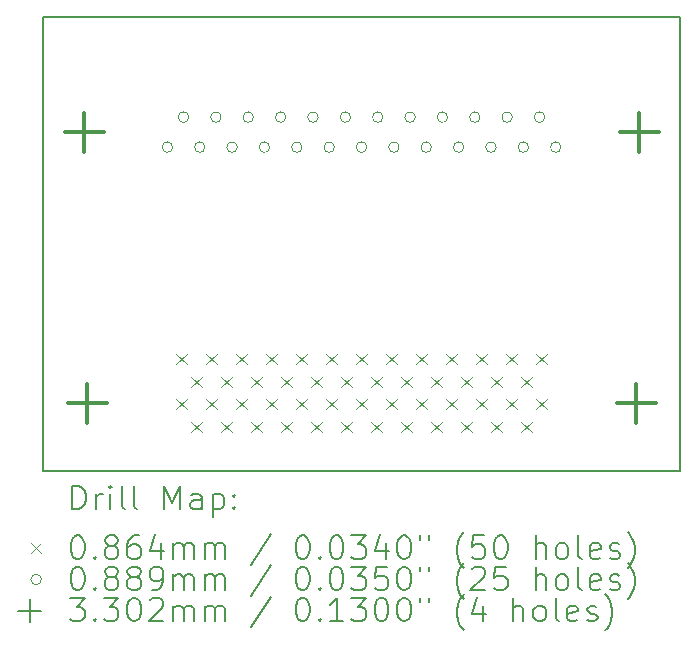
<source format=gbr>
%TF.GenerationSoftware,KiCad,Pcbnew,8.0.9*%
%TF.CreationDate,2025-06-24T22:55:31+09:00*%
%TF.ProjectId,scsi_d25p50k_adapter,73637369-5f64-4323-9570-35306b5f6164,rev?*%
%TF.SameCoordinates,Original*%
%TF.FileFunction,Drillmap*%
%TF.FilePolarity,Positive*%
%FSLAX45Y45*%
G04 Gerber Fmt 4.5, Leading zero omitted, Abs format (unit mm)*
G04 Created by KiCad (PCBNEW 8.0.9) date 2025-06-24 22:55:31*
%MOMM*%
%LPD*%
G01*
G04 APERTURE LIST*
%ADD10C,0.200000*%
%ADD11C,0.100000*%
%ADD12C,0.330200*%
G04 APERTURE END LIST*
D10*
X11850000Y-8650000D02*
X17250000Y-8650000D01*
X17250000Y-12500000D01*
X11850000Y-12500000D01*
X11850000Y-8650000D01*
D11*
X12982820Y-11506820D02*
X13069180Y-11593180D01*
X13069180Y-11506820D02*
X12982820Y-11593180D01*
X12982820Y-11887820D02*
X13069180Y-11974180D01*
X13069180Y-11887820D02*
X12982820Y-11974180D01*
X13109820Y-11697320D02*
X13196180Y-11783680D01*
X13196180Y-11697320D02*
X13109820Y-11783680D01*
X13109820Y-12078320D02*
X13196180Y-12164680D01*
X13196180Y-12078320D02*
X13109820Y-12164680D01*
X13236820Y-11506820D02*
X13323180Y-11593180D01*
X13323180Y-11506820D02*
X13236820Y-11593180D01*
X13236820Y-11887820D02*
X13323180Y-11974180D01*
X13323180Y-11887820D02*
X13236820Y-11974180D01*
X13363820Y-11697320D02*
X13450180Y-11783680D01*
X13450180Y-11697320D02*
X13363820Y-11783680D01*
X13363820Y-12078320D02*
X13450180Y-12164680D01*
X13450180Y-12078320D02*
X13363820Y-12164680D01*
X13490820Y-11506820D02*
X13577180Y-11593180D01*
X13577180Y-11506820D02*
X13490820Y-11593180D01*
X13490820Y-11887820D02*
X13577180Y-11974180D01*
X13577180Y-11887820D02*
X13490820Y-11974180D01*
X13617820Y-11697320D02*
X13704180Y-11783680D01*
X13704180Y-11697320D02*
X13617820Y-11783680D01*
X13617820Y-12078320D02*
X13704180Y-12164680D01*
X13704180Y-12078320D02*
X13617820Y-12164680D01*
X13744820Y-11506820D02*
X13831180Y-11593180D01*
X13831180Y-11506820D02*
X13744820Y-11593180D01*
X13744820Y-11887820D02*
X13831180Y-11974180D01*
X13831180Y-11887820D02*
X13744820Y-11974180D01*
X13871820Y-11697320D02*
X13958180Y-11783680D01*
X13958180Y-11697320D02*
X13871820Y-11783680D01*
X13871820Y-12078320D02*
X13958180Y-12164680D01*
X13958180Y-12078320D02*
X13871820Y-12164680D01*
X13998820Y-11506820D02*
X14085180Y-11593180D01*
X14085180Y-11506820D02*
X13998820Y-11593180D01*
X13998820Y-11887820D02*
X14085180Y-11974180D01*
X14085180Y-11887820D02*
X13998820Y-11974180D01*
X14125820Y-11697320D02*
X14212180Y-11783680D01*
X14212180Y-11697320D02*
X14125820Y-11783680D01*
X14125820Y-12078320D02*
X14212180Y-12164680D01*
X14212180Y-12078320D02*
X14125820Y-12164680D01*
X14252820Y-11506820D02*
X14339180Y-11593180D01*
X14339180Y-11506820D02*
X14252820Y-11593180D01*
X14252820Y-11887820D02*
X14339180Y-11974180D01*
X14339180Y-11887820D02*
X14252820Y-11974180D01*
X14379820Y-11697320D02*
X14466180Y-11783680D01*
X14466180Y-11697320D02*
X14379820Y-11783680D01*
X14379820Y-12078320D02*
X14466180Y-12164680D01*
X14466180Y-12078320D02*
X14379820Y-12164680D01*
X14506820Y-11506820D02*
X14593180Y-11593180D01*
X14593180Y-11506820D02*
X14506820Y-11593180D01*
X14506820Y-11887820D02*
X14593180Y-11974180D01*
X14593180Y-11887820D02*
X14506820Y-11974180D01*
X14633820Y-11697320D02*
X14720180Y-11783680D01*
X14720180Y-11697320D02*
X14633820Y-11783680D01*
X14633820Y-12078320D02*
X14720180Y-12164680D01*
X14720180Y-12078320D02*
X14633820Y-12164680D01*
X14760820Y-11506820D02*
X14847180Y-11593180D01*
X14847180Y-11506820D02*
X14760820Y-11593180D01*
X14760820Y-11887820D02*
X14847180Y-11974180D01*
X14847180Y-11887820D02*
X14760820Y-11974180D01*
X14887820Y-11697320D02*
X14974180Y-11783680D01*
X14974180Y-11697320D02*
X14887820Y-11783680D01*
X14887820Y-12078320D02*
X14974180Y-12164680D01*
X14974180Y-12078320D02*
X14887820Y-12164680D01*
X15014820Y-11506820D02*
X15101180Y-11593180D01*
X15101180Y-11506820D02*
X15014820Y-11593180D01*
X15014820Y-11887820D02*
X15101180Y-11974180D01*
X15101180Y-11887820D02*
X15014820Y-11974180D01*
X15141820Y-11697320D02*
X15228180Y-11783680D01*
X15228180Y-11697320D02*
X15141820Y-11783680D01*
X15141820Y-12078320D02*
X15228180Y-12164680D01*
X15228180Y-12078320D02*
X15141820Y-12164680D01*
X15268820Y-11506820D02*
X15355180Y-11593180D01*
X15355180Y-11506820D02*
X15268820Y-11593180D01*
X15268820Y-11887820D02*
X15355180Y-11974180D01*
X15355180Y-11887820D02*
X15268820Y-11974180D01*
X15395820Y-11697320D02*
X15482180Y-11783680D01*
X15482180Y-11697320D02*
X15395820Y-11783680D01*
X15395820Y-12078320D02*
X15482180Y-12164680D01*
X15482180Y-12078320D02*
X15395820Y-12164680D01*
X15522820Y-11506820D02*
X15609180Y-11593180D01*
X15609180Y-11506820D02*
X15522820Y-11593180D01*
X15522820Y-11887820D02*
X15609180Y-11974180D01*
X15609180Y-11887820D02*
X15522820Y-11974180D01*
X15649820Y-11697320D02*
X15736180Y-11783680D01*
X15736180Y-11697320D02*
X15649820Y-11783680D01*
X15649820Y-12078320D02*
X15736180Y-12164680D01*
X15736180Y-12078320D02*
X15649820Y-12164680D01*
X15776820Y-11506820D02*
X15863180Y-11593180D01*
X15863180Y-11506820D02*
X15776820Y-11593180D01*
X15776820Y-11887820D02*
X15863180Y-11974180D01*
X15863180Y-11887820D02*
X15776820Y-11974180D01*
X15903820Y-11697320D02*
X15990180Y-11783680D01*
X15990180Y-11697320D02*
X15903820Y-11783680D01*
X15903820Y-12078320D02*
X15990180Y-12164680D01*
X15990180Y-12078320D02*
X15903820Y-12164680D01*
X16030820Y-11506820D02*
X16117180Y-11593180D01*
X16117180Y-11506820D02*
X16030820Y-11593180D01*
X16030820Y-11887820D02*
X16117180Y-11974180D01*
X16117180Y-11887820D02*
X16030820Y-11974180D01*
X12950450Y-9754000D02*
G75*
G02*
X12861550Y-9754000I-44450J0D01*
G01*
X12861550Y-9754000D02*
G75*
G02*
X12950450Y-9754000I44450J0D01*
G01*
X13087450Y-9500000D02*
G75*
G02*
X12998550Y-9500000I-44450J0D01*
G01*
X12998550Y-9500000D02*
G75*
G02*
X13087450Y-9500000I44450J0D01*
G01*
X13224450Y-9754000D02*
G75*
G02*
X13135550Y-9754000I-44450J0D01*
G01*
X13135550Y-9754000D02*
G75*
G02*
X13224450Y-9754000I44450J0D01*
G01*
X13361450Y-9500000D02*
G75*
G02*
X13272550Y-9500000I-44450J0D01*
G01*
X13272550Y-9500000D02*
G75*
G02*
X13361450Y-9500000I44450J0D01*
G01*
X13498450Y-9754000D02*
G75*
G02*
X13409550Y-9754000I-44450J0D01*
G01*
X13409550Y-9754000D02*
G75*
G02*
X13498450Y-9754000I44450J0D01*
G01*
X13635450Y-9500000D02*
G75*
G02*
X13546550Y-9500000I-44450J0D01*
G01*
X13546550Y-9500000D02*
G75*
G02*
X13635450Y-9500000I44450J0D01*
G01*
X13772450Y-9754000D02*
G75*
G02*
X13683550Y-9754000I-44450J0D01*
G01*
X13683550Y-9754000D02*
G75*
G02*
X13772450Y-9754000I44450J0D01*
G01*
X13909450Y-9500000D02*
G75*
G02*
X13820550Y-9500000I-44450J0D01*
G01*
X13820550Y-9500000D02*
G75*
G02*
X13909450Y-9500000I44450J0D01*
G01*
X14046450Y-9754000D02*
G75*
G02*
X13957550Y-9754000I-44450J0D01*
G01*
X13957550Y-9754000D02*
G75*
G02*
X14046450Y-9754000I44450J0D01*
G01*
X14183450Y-9500000D02*
G75*
G02*
X14094550Y-9500000I-44450J0D01*
G01*
X14094550Y-9500000D02*
G75*
G02*
X14183450Y-9500000I44450J0D01*
G01*
X14320450Y-9754000D02*
G75*
G02*
X14231550Y-9754000I-44450J0D01*
G01*
X14231550Y-9754000D02*
G75*
G02*
X14320450Y-9754000I44450J0D01*
G01*
X14457450Y-9500000D02*
G75*
G02*
X14368550Y-9500000I-44450J0D01*
G01*
X14368550Y-9500000D02*
G75*
G02*
X14457450Y-9500000I44450J0D01*
G01*
X14594450Y-9754000D02*
G75*
G02*
X14505550Y-9754000I-44450J0D01*
G01*
X14505550Y-9754000D02*
G75*
G02*
X14594450Y-9754000I44450J0D01*
G01*
X14731450Y-9500000D02*
G75*
G02*
X14642550Y-9500000I-44450J0D01*
G01*
X14642550Y-9500000D02*
G75*
G02*
X14731450Y-9500000I44450J0D01*
G01*
X14868450Y-9754000D02*
G75*
G02*
X14779550Y-9754000I-44450J0D01*
G01*
X14779550Y-9754000D02*
G75*
G02*
X14868450Y-9754000I44450J0D01*
G01*
X15005450Y-9500000D02*
G75*
G02*
X14916550Y-9500000I-44450J0D01*
G01*
X14916550Y-9500000D02*
G75*
G02*
X15005450Y-9500000I44450J0D01*
G01*
X15142450Y-9754000D02*
G75*
G02*
X15053550Y-9754000I-44450J0D01*
G01*
X15053550Y-9754000D02*
G75*
G02*
X15142450Y-9754000I44450J0D01*
G01*
X15279450Y-9500000D02*
G75*
G02*
X15190550Y-9500000I-44450J0D01*
G01*
X15190550Y-9500000D02*
G75*
G02*
X15279450Y-9500000I44450J0D01*
G01*
X15416450Y-9754000D02*
G75*
G02*
X15327550Y-9754000I-44450J0D01*
G01*
X15327550Y-9754000D02*
G75*
G02*
X15416450Y-9754000I44450J0D01*
G01*
X15553450Y-9500000D02*
G75*
G02*
X15464550Y-9500000I-44450J0D01*
G01*
X15464550Y-9500000D02*
G75*
G02*
X15553450Y-9500000I44450J0D01*
G01*
X15690450Y-9754000D02*
G75*
G02*
X15601550Y-9754000I-44450J0D01*
G01*
X15601550Y-9754000D02*
G75*
G02*
X15690450Y-9754000I44450J0D01*
G01*
X15827450Y-9500000D02*
G75*
G02*
X15738550Y-9500000I-44450J0D01*
G01*
X15738550Y-9500000D02*
G75*
G02*
X15827450Y-9500000I44450J0D01*
G01*
X15964450Y-9754000D02*
G75*
G02*
X15875550Y-9754000I-44450J0D01*
G01*
X15875550Y-9754000D02*
G75*
G02*
X15964450Y-9754000I44450J0D01*
G01*
X16101450Y-9500000D02*
G75*
G02*
X16012550Y-9500000I-44450J0D01*
G01*
X16012550Y-9500000D02*
G75*
G02*
X16101450Y-9500000I44450J0D01*
G01*
X16238450Y-9754000D02*
G75*
G02*
X16149550Y-9754000I-44450J0D01*
G01*
X16149550Y-9754000D02*
G75*
G02*
X16238450Y-9754000I44450J0D01*
G01*
D12*
X12200500Y-9461900D02*
X12200500Y-9792100D01*
X12035400Y-9627000D02*
X12365600Y-9627000D01*
X12225900Y-11755740D02*
X12225900Y-12085940D01*
X12060800Y-11920840D02*
X12391000Y-11920840D01*
X16874100Y-11755740D02*
X16874100Y-12085940D01*
X16709000Y-11920840D02*
X17039200Y-11920840D01*
X16899500Y-9461900D02*
X16899500Y-9792100D01*
X16734400Y-9627000D02*
X17064600Y-9627000D01*
D10*
X12100777Y-12821484D02*
X12100777Y-12621484D01*
X12100777Y-12621484D02*
X12148396Y-12621484D01*
X12148396Y-12621484D02*
X12176967Y-12631008D01*
X12176967Y-12631008D02*
X12196015Y-12650055D01*
X12196015Y-12650055D02*
X12205539Y-12669103D01*
X12205539Y-12669103D02*
X12215062Y-12707198D01*
X12215062Y-12707198D02*
X12215062Y-12735769D01*
X12215062Y-12735769D02*
X12205539Y-12773865D01*
X12205539Y-12773865D02*
X12196015Y-12792912D01*
X12196015Y-12792912D02*
X12176967Y-12811960D01*
X12176967Y-12811960D02*
X12148396Y-12821484D01*
X12148396Y-12821484D02*
X12100777Y-12821484D01*
X12300777Y-12821484D02*
X12300777Y-12688150D01*
X12300777Y-12726246D02*
X12310301Y-12707198D01*
X12310301Y-12707198D02*
X12319824Y-12697674D01*
X12319824Y-12697674D02*
X12338872Y-12688150D01*
X12338872Y-12688150D02*
X12357920Y-12688150D01*
X12424586Y-12821484D02*
X12424586Y-12688150D01*
X12424586Y-12621484D02*
X12415062Y-12631008D01*
X12415062Y-12631008D02*
X12424586Y-12640531D01*
X12424586Y-12640531D02*
X12434110Y-12631008D01*
X12434110Y-12631008D02*
X12424586Y-12621484D01*
X12424586Y-12621484D02*
X12424586Y-12640531D01*
X12548396Y-12821484D02*
X12529348Y-12811960D01*
X12529348Y-12811960D02*
X12519824Y-12792912D01*
X12519824Y-12792912D02*
X12519824Y-12621484D01*
X12653158Y-12821484D02*
X12634110Y-12811960D01*
X12634110Y-12811960D02*
X12624586Y-12792912D01*
X12624586Y-12792912D02*
X12624586Y-12621484D01*
X12881729Y-12821484D02*
X12881729Y-12621484D01*
X12881729Y-12621484D02*
X12948396Y-12764341D01*
X12948396Y-12764341D02*
X13015062Y-12621484D01*
X13015062Y-12621484D02*
X13015062Y-12821484D01*
X13196015Y-12821484D02*
X13196015Y-12716722D01*
X13196015Y-12716722D02*
X13186491Y-12697674D01*
X13186491Y-12697674D02*
X13167443Y-12688150D01*
X13167443Y-12688150D02*
X13129348Y-12688150D01*
X13129348Y-12688150D02*
X13110301Y-12697674D01*
X13196015Y-12811960D02*
X13176967Y-12821484D01*
X13176967Y-12821484D02*
X13129348Y-12821484D01*
X13129348Y-12821484D02*
X13110301Y-12811960D01*
X13110301Y-12811960D02*
X13100777Y-12792912D01*
X13100777Y-12792912D02*
X13100777Y-12773865D01*
X13100777Y-12773865D02*
X13110301Y-12754817D01*
X13110301Y-12754817D02*
X13129348Y-12745293D01*
X13129348Y-12745293D02*
X13176967Y-12745293D01*
X13176967Y-12745293D02*
X13196015Y-12735769D01*
X13291253Y-12688150D02*
X13291253Y-12888150D01*
X13291253Y-12697674D02*
X13310301Y-12688150D01*
X13310301Y-12688150D02*
X13348396Y-12688150D01*
X13348396Y-12688150D02*
X13367443Y-12697674D01*
X13367443Y-12697674D02*
X13376967Y-12707198D01*
X13376967Y-12707198D02*
X13386491Y-12726246D01*
X13386491Y-12726246D02*
X13386491Y-12783388D01*
X13386491Y-12783388D02*
X13376967Y-12802436D01*
X13376967Y-12802436D02*
X13367443Y-12811960D01*
X13367443Y-12811960D02*
X13348396Y-12821484D01*
X13348396Y-12821484D02*
X13310301Y-12821484D01*
X13310301Y-12821484D02*
X13291253Y-12811960D01*
X13472205Y-12802436D02*
X13481729Y-12811960D01*
X13481729Y-12811960D02*
X13472205Y-12821484D01*
X13472205Y-12821484D02*
X13462682Y-12811960D01*
X13462682Y-12811960D02*
X13472205Y-12802436D01*
X13472205Y-12802436D02*
X13472205Y-12821484D01*
X13472205Y-12697674D02*
X13481729Y-12707198D01*
X13481729Y-12707198D02*
X13472205Y-12716722D01*
X13472205Y-12716722D02*
X13462682Y-12707198D01*
X13462682Y-12707198D02*
X13472205Y-12697674D01*
X13472205Y-12697674D02*
X13472205Y-12716722D01*
D11*
X11753640Y-13106820D02*
X11840000Y-13193180D01*
X11840000Y-13106820D02*
X11753640Y-13193180D01*
D10*
X12138872Y-13041484D02*
X12157920Y-13041484D01*
X12157920Y-13041484D02*
X12176967Y-13051008D01*
X12176967Y-13051008D02*
X12186491Y-13060531D01*
X12186491Y-13060531D02*
X12196015Y-13079579D01*
X12196015Y-13079579D02*
X12205539Y-13117674D01*
X12205539Y-13117674D02*
X12205539Y-13165293D01*
X12205539Y-13165293D02*
X12196015Y-13203388D01*
X12196015Y-13203388D02*
X12186491Y-13222436D01*
X12186491Y-13222436D02*
X12176967Y-13231960D01*
X12176967Y-13231960D02*
X12157920Y-13241484D01*
X12157920Y-13241484D02*
X12138872Y-13241484D01*
X12138872Y-13241484D02*
X12119824Y-13231960D01*
X12119824Y-13231960D02*
X12110301Y-13222436D01*
X12110301Y-13222436D02*
X12100777Y-13203388D01*
X12100777Y-13203388D02*
X12091253Y-13165293D01*
X12091253Y-13165293D02*
X12091253Y-13117674D01*
X12091253Y-13117674D02*
X12100777Y-13079579D01*
X12100777Y-13079579D02*
X12110301Y-13060531D01*
X12110301Y-13060531D02*
X12119824Y-13051008D01*
X12119824Y-13051008D02*
X12138872Y-13041484D01*
X12291253Y-13222436D02*
X12300777Y-13231960D01*
X12300777Y-13231960D02*
X12291253Y-13241484D01*
X12291253Y-13241484D02*
X12281729Y-13231960D01*
X12281729Y-13231960D02*
X12291253Y-13222436D01*
X12291253Y-13222436D02*
X12291253Y-13241484D01*
X12415062Y-13127198D02*
X12396015Y-13117674D01*
X12396015Y-13117674D02*
X12386491Y-13108150D01*
X12386491Y-13108150D02*
X12376967Y-13089103D01*
X12376967Y-13089103D02*
X12376967Y-13079579D01*
X12376967Y-13079579D02*
X12386491Y-13060531D01*
X12386491Y-13060531D02*
X12396015Y-13051008D01*
X12396015Y-13051008D02*
X12415062Y-13041484D01*
X12415062Y-13041484D02*
X12453158Y-13041484D01*
X12453158Y-13041484D02*
X12472205Y-13051008D01*
X12472205Y-13051008D02*
X12481729Y-13060531D01*
X12481729Y-13060531D02*
X12491253Y-13079579D01*
X12491253Y-13079579D02*
X12491253Y-13089103D01*
X12491253Y-13089103D02*
X12481729Y-13108150D01*
X12481729Y-13108150D02*
X12472205Y-13117674D01*
X12472205Y-13117674D02*
X12453158Y-13127198D01*
X12453158Y-13127198D02*
X12415062Y-13127198D01*
X12415062Y-13127198D02*
X12396015Y-13136722D01*
X12396015Y-13136722D02*
X12386491Y-13146246D01*
X12386491Y-13146246D02*
X12376967Y-13165293D01*
X12376967Y-13165293D02*
X12376967Y-13203388D01*
X12376967Y-13203388D02*
X12386491Y-13222436D01*
X12386491Y-13222436D02*
X12396015Y-13231960D01*
X12396015Y-13231960D02*
X12415062Y-13241484D01*
X12415062Y-13241484D02*
X12453158Y-13241484D01*
X12453158Y-13241484D02*
X12472205Y-13231960D01*
X12472205Y-13231960D02*
X12481729Y-13222436D01*
X12481729Y-13222436D02*
X12491253Y-13203388D01*
X12491253Y-13203388D02*
X12491253Y-13165293D01*
X12491253Y-13165293D02*
X12481729Y-13146246D01*
X12481729Y-13146246D02*
X12472205Y-13136722D01*
X12472205Y-13136722D02*
X12453158Y-13127198D01*
X12662682Y-13041484D02*
X12624586Y-13041484D01*
X12624586Y-13041484D02*
X12605539Y-13051008D01*
X12605539Y-13051008D02*
X12596015Y-13060531D01*
X12596015Y-13060531D02*
X12576967Y-13089103D01*
X12576967Y-13089103D02*
X12567443Y-13127198D01*
X12567443Y-13127198D02*
X12567443Y-13203388D01*
X12567443Y-13203388D02*
X12576967Y-13222436D01*
X12576967Y-13222436D02*
X12586491Y-13231960D01*
X12586491Y-13231960D02*
X12605539Y-13241484D01*
X12605539Y-13241484D02*
X12643634Y-13241484D01*
X12643634Y-13241484D02*
X12662682Y-13231960D01*
X12662682Y-13231960D02*
X12672205Y-13222436D01*
X12672205Y-13222436D02*
X12681729Y-13203388D01*
X12681729Y-13203388D02*
X12681729Y-13155769D01*
X12681729Y-13155769D02*
X12672205Y-13136722D01*
X12672205Y-13136722D02*
X12662682Y-13127198D01*
X12662682Y-13127198D02*
X12643634Y-13117674D01*
X12643634Y-13117674D02*
X12605539Y-13117674D01*
X12605539Y-13117674D02*
X12586491Y-13127198D01*
X12586491Y-13127198D02*
X12576967Y-13136722D01*
X12576967Y-13136722D02*
X12567443Y-13155769D01*
X12853158Y-13108150D02*
X12853158Y-13241484D01*
X12805539Y-13031960D02*
X12757920Y-13174817D01*
X12757920Y-13174817D02*
X12881729Y-13174817D01*
X12957920Y-13241484D02*
X12957920Y-13108150D01*
X12957920Y-13127198D02*
X12967443Y-13117674D01*
X12967443Y-13117674D02*
X12986491Y-13108150D01*
X12986491Y-13108150D02*
X13015063Y-13108150D01*
X13015063Y-13108150D02*
X13034110Y-13117674D01*
X13034110Y-13117674D02*
X13043634Y-13136722D01*
X13043634Y-13136722D02*
X13043634Y-13241484D01*
X13043634Y-13136722D02*
X13053158Y-13117674D01*
X13053158Y-13117674D02*
X13072205Y-13108150D01*
X13072205Y-13108150D02*
X13100777Y-13108150D01*
X13100777Y-13108150D02*
X13119824Y-13117674D01*
X13119824Y-13117674D02*
X13129348Y-13136722D01*
X13129348Y-13136722D02*
X13129348Y-13241484D01*
X13224586Y-13241484D02*
X13224586Y-13108150D01*
X13224586Y-13127198D02*
X13234110Y-13117674D01*
X13234110Y-13117674D02*
X13253158Y-13108150D01*
X13253158Y-13108150D02*
X13281729Y-13108150D01*
X13281729Y-13108150D02*
X13300777Y-13117674D01*
X13300777Y-13117674D02*
X13310301Y-13136722D01*
X13310301Y-13136722D02*
X13310301Y-13241484D01*
X13310301Y-13136722D02*
X13319824Y-13117674D01*
X13319824Y-13117674D02*
X13338872Y-13108150D01*
X13338872Y-13108150D02*
X13367443Y-13108150D01*
X13367443Y-13108150D02*
X13386491Y-13117674D01*
X13386491Y-13117674D02*
X13396015Y-13136722D01*
X13396015Y-13136722D02*
X13396015Y-13241484D01*
X13786491Y-13031960D02*
X13615063Y-13289103D01*
X14043634Y-13041484D02*
X14062682Y-13041484D01*
X14062682Y-13041484D02*
X14081729Y-13051008D01*
X14081729Y-13051008D02*
X14091253Y-13060531D01*
X14091253Y-13060531D02*
X14100777Y-13079579D01*
X14100777Y-13079579D02*
X14110301Y-13117674D01*
X14110301Y-13117674D02*
X14110301Y-13165293D01*
X14110301Y-13165293D02*
X14100777Y-13203388D01*
X14100777Y-13203388D02*
X14091253Y-13222436D01*
X14091253Y-13222436D02*
X14081729Y-13231960D01*
X14081729Y-13231960D02*
X14062682Y-13241484D01*
X14062682Y-13241484D02*
X14043634Y-13241484D01*
X14043634Y-13241484D02*
X14024586Y-13231960D01*
X14024586Y-13231960D02*
X14015063Y-13222436D01*
X14015063Y-13222436D02*
X14005539Y-13203388D01*
X14005539Y-13203388D02*
X13996015Y-13165293D01*
X13996015Y-13165293D02*
X13996015Y-13117674D01*
X13996015Y-13117674D02*
X14005539Y-13079579D01*
X14005539Y-13079579D02*
X14015063Y-13060531D01*
X14015063Y-13060531D02*
X14024586Y-13051008D01*
X14024586Y-13051008D02*
X14043634Y-13041484D01*
X14196015Y-13222436D02*
X14205539Y-13231960D01*
X14205539Y-13231960D02*
X14196015Y-13241484D01*
X14196015Y-13241484D02*
X14186491Y-13231960D01*
X14186491Y-13231960D02*
X14196015Y-13222436D01*
X14196015Y-13222436D02*
X14196015Y-13241484D01*
X14329348Y-13041484D02*
X14348396Y-13041484D01*
X14348396Y-13041484D02*
X14367444Y-13051008D01*
X14367444Y-13051008D02*
X14376967Y-13060531D01*
X14376967Y-13060531D02*
X14386491Y-13079579D01*
X14386491Y-13079579D02*
X14396015Y-13117674D01*
X14396015Y-13117674D02*
X14396015Y-13165293D01*
X14396015Y-13165293D02*
X14386491Y-13203388D01*
X14386491Y-13203388D02*
X14376967Y-13222436D01*
X14376967Y-13222436D02*
X14367444Y-13231960D01*
X14367444Y-13231960D02*
X14348396Y-13241484D01*
X14348396Y-13241484D02*
X14329348Y-13241484D01*
X14329348Y-13241484D02*
X14310301Y-13231960D01*
X14310301Y-13231960D02*
X14300777Y-13222436D01*
X14300777Y-13222436D02*
X14291253Y-13203388D01*
X14291253Y-13203388D02*
X14281729Y-13165293D01*
X14281729Y-13165293D02*
X14281729Y-13117674D01*
X14281729Y-13117674D02*
X14291253Y-13079579D01*
X14291253Y-13079579D02*
X14300777Y-13060531D01*
X14300777Y-13060531D02*
X14310301Y-13051008D01*
X14310301Y-13051008D02*
X14329348Y-13041484D01*
X14462682Y-13041484D02*
X14586491Y-13041484D01*
X14586491Y-13041484D02*
X14519825Y-13117674D01*
X14519825Y-13117674D02*
X14548396Y-13117674D01*
X14548396Y-13117674D02*
X14567444Y-13127198D01*
X14567444Y-13127198D02*
X14576967Y-13136722D01*
X14576967Y-13136722D02*
X14586491Y-13155769D01*
X14586491Y-13155769D02*
X14586491Y-13203388D01*
X14586491Y-13203388D02*
X14576967Y-13222436D01*
X14576967Y-13222436D02*
X14567444Y-13231960D01*
X14567444Y-13231960D02*
X14548396Y-13241484D01*
X14548396Y-13241484D02*
X14491253Y-13241484D01*
X14491253Y-13241484D02*
X14472206Y-13231960D01*
X14472206Y-13231960D02*
X14462682Y-13222436D01*
X14757920Y-13108150D02*
X14757920Y-13241484D01*
X14710301Y-13031960D02*
X14662682Y-13174817D01*
X14662682Y-13174817D02*
X14786491Y-13174817D01*
X14900777Y-13041484D02*
X14919825Y-13041484D01*
X14919825Y-13041484D02*
X14938872Y-13051008D01*
X14938872Y-13051008D02*
X14948396Y-13060531D01*
X14948396Y-13060531D02*
X14957920Y-13079579D01*
X14957920Y-13079579D02*
X14967444Y-13117674D01*
X14967444Y-13117674D02*
X14967444Y-13165293D01*
X14967444Y-13165293D02*
X14957920Y-13203388D01*
X14957920Y-13203388D02*
X14948396Y-13222436D01*
X14948396Y-13222436D02*
X14938872Y-13231960D01*
X14938872Y-13231960D02*
X14919825Y-13241484D01*
X14919825Y-13241484D02*
X14900777Y-13241484D01*
X14900777Y-13241484D02*
X14881729Y-13231960D01*
X14881729Y-13231960D02*
X14872206Y-13222436D01*
X14872206Y-13222436D02*
X14862682Y-13203388D01*
X14862682Y-13203388D02*
X14853158Y-13165293D01*
X14853158Y-13165293D02*
X14853158Y-13117674D01*
X14853158Y-13117674D02*
X14862682Y-13079579D01*
X14862682Y-13079579D02*
X14872206Y-13060531D01*
X14872206Y-13060531D02*
X14881729Y-13051008D01*
X14881729Y-13051008D02*
X14900777Y-13041484D01*
X15043634Y-13041484D02*
X15043634Y-13079579D01*
X15119825Y-13041484D02*
X15119825Y-13079579D01*
X15415063Y-13317674D02*
X15405539Y-13308150D01*
X15405539Y-13308150D02*
X15386491Y-13279579D01*
X15386491Y-13279579D02*
X15376968Y-13260531D01*
X15376968Y-13260531D02*
X15367444Y-13231960D01*
X15367444Y-13231960D02*
X15357920Y-13184341D01*
X15357920Y-13184341D02*
X15357920Y-13146246D01*
X15357920Y-13146246D02*
X15367444Y-13098627D01*
X15367444Y-13098627D02*
X15376968Y-13070055D01*
X15376968Y-13070055D02*
X15386491Y-13051008D01*
X15386491Y-13051008D02*
X15405539Y-13022436D01*
X15405539Y-13022436D02*
X15415063Y-13012912D01*
X15586491Y-13041484D02*
X15491253Y-13041484D01*
X15491253Y-13041484D02*
X15481729Y-13136722D01*
X15481729Y-13136722D02*
X15491253Y-13127198D01*
X15491253Y-13127198D02*
X15510301Y-13117674D01*
X15510301Y-13117674D02*
X15557920Y-13117674D01*
X15557920Y-13117674D02*
X15576968Y-13127198D01*
X15576968Y-13127198D02*
X15586491Y-13136722D01*
X15586491Y-13136722D02*
X15596015Y-13155769D01*
X15596015Y-13155769D02*
X15596015Y-13203388D01*
X15596015Y-13203388D02*
X15586491Y-13222436D01*
X15586491Y-13222436D02*
X15576968Y-13231960D01*
X15576968Y-13231960D02*
X15557920Y-13241484D01*
X15557920Y-13241484D02*
X15510301Y-13241484D01*
X15510301Y-13241484D02*
X15491253Y-13231960D01*
X15491253Y-13231960D02*
X15481729Y-13222436D01*
X15719825Y-13041484D02*
X15738872Y-13041484D01*
X15738872Y-13041484D02*
X15757920Y-13051008D01*
X15757920Y-13051008D02*
X15767444Y-13060531D01*
X15767444Y-13060531D02*
X15776968Y-13079579D01*
X15776968Y-13079579D02*
X15786491Y-13117674D01*
X15786491Y-13117674D02*
X15786491Y-13165293D01*
X15786491Y-13165293D02*
X15776968Y-13203388D01*
X15776968Y-13203388D02*
X15767444Y-13222436D01*
X15767444Y-13222436D02*
X15757920Y-13231960D01*
X15757920Y-13231960D02*
X15738872Y-13241484D01*
X15738872Y-13241484D02*
X15719825Y-13241484D01*
X15719825Y-13241484D02*
X15700777Y-13231960D01*
X15700777Y-13231960D02*
X15691253Y-13222436D01*
X15691253Y-13222436D02*
X15681729Y-13203388D01*
X15681729Y-13203388D02*
X15672206Y-13165293D01*
X15672206Y-13165293D02*
X15672206Y-13117674D01*
X15672206Y-13117674D02*
X15681729Y-13079579D01*
X15681729Y-13079579D02*
X15691253Y-13060531D01*
X15691253Y-13060531D02*
X15700777Y-13051008D01*
X15700777Y-13051008D02*
X15719825Y-13041484D01*
X16024587Y-13241484D02*
X16024587Y-13041484D01*
X16110301Y-13241484D02*
X16110301Y-13136722D01*
X16110301Y-13136722D02*
X16100777Y-13117674D01*
X16100777Y-13117674D02*
X16081730Y-13108150D01*
X16081730Y-13108150D02*
X16053158Y-13108150D01*
X16053158Y-13108150D02*
X16034110Y-13117674D01*
X16034110Y-13117674D02*
X16024587Y-13127198D01*
X16234110Y-13241484D02*
X16215063Y-13231960D01*
X16215063Y-13231960D02*
X16205539Y-13222436D01*
X16205539Y-13222436D02*
X16196015Y-13203388D01*
X16196015Y-13203388D02*
X16196015Y-13146246D01*
X16196015Y-13146246D02*
X16205539Y-13127198D01*
X16205539Y-13127198D02*
X16215063Y-13117674D01*
X16215063Y-13117674D02*
X16234110Y-13108150D01*
X16234110Y-13108150D02*
X16262682Y-13108150D01*
X16262682Y-13108150D02*
X16281730Y-13117674D01*
X16281730Y-13117674D02*
X16291253Y-13127198D01*
X16291253Y-13127198D02*
X16300777Y-13146246D01*
X16300777Y-13146246D02*
X16300777Y-13203388D01*
X16300777Y-13203388D02*
X16291253Y-13222436D01*
X16291253Y-13222436D02*
X16281730Y-13231960D01*
X16281730Y-13231960D02*
X16262682Y-13241484D01*
X16262682Y-13241484D02*
X16234110Y-13241484D01*
X16415063Y-13241484D02*
X16396015Y-13231960D01*
X16396015Y-13231960D02*
X16386491Y-13212912D01*
X16386491Y-13212912D02*
X16386491Y-13041484D01*
X16567444Y-13231960D02*
X16548396Y-13241484D01*
X16548396Y-13241484D02*
X16510301Y-13241484D01*
X16510301Y-13241484D02*
X16491253Y-13231960D01*
X16491253Y-13231960D02*
X16481730Y-13212912D01*
X16481730Y-13212912D02*
X16481730Y-13136722D01*
X16481730Y-13136722D02*
X16491253Y-13117674D01*
X16491253Y-13117674D02*
X16510301Y-13108150D01*
X16510301Y-13108150D02*
X16548396Y-13108150D01*
X16548396Y-13108150D02*
X16567444Y-13117674D01*
X16567444Y-13117674D02*
X16576968Y-13136722D01*
X16576968Y-13136722D02*
X16576968Y-13155769D01*
X16576968Y-13155769D02*
X16481730Y-13174817D01*
X16653158Y-13231960D02*
X16672206Y-13241484D01*
X16672206Y-13241484D02*
X16710301Y-13241484D01*
X16710301Y-13241484D02*
X16729349Y-13231960D01*
X16729349Y-13231960D02*
X16738872Y-13212912D01*
X16738872Y-13212912D02*
X16738872Y-13203388D01*
X16738872Y-13203388D02*
X16729349Y-13184341D01*
X16729349Y-13184341D02*
X16710301Y-13174817D01*
X16710301Y-13174817D02*
X16681730Y-13174817D01*
X16681730Y-13174817D02*
X16662682Y-13165293D01*
X16662682Y-13165293D02*
X16653158Y-13146246D01*
X16653158Y-13146246D02*
X16653158Y-13136722D01*
X16653158Y-13136722D02*
X16662682Y-13117674D01*
X16662682Y-13117674D02*
X16681730Y-13108150D01*
X16681730Y-13108150D02*
X16710301Y-13108150D01*
X16710301Y-13108150D02*
X16729349Y-13117674D01*
X16805539Y-13317674D02*
X16815063Y-13308150D01*
X16815063Y-13308150D02*
X16834111Y-13279579D01*
X16834111Y-13279579D02*
X16843634Y-13260531D01*
X16843634Y-13260531D02*
X16853158Y-13231960D01*
X16853158Y-13231960D02*
X16862682Y-13184341D01*
X16862682Y-13184341D02*
X16862682Y-13146246D01*
X16862682Y-13146246D02*
X16853158Y-13098627D01*
X16853158Y-13098627D02*
X16843634Y-13070055D01*
X16843634Y-13070055D02*
X16834111Y-13051008D01*
X16834111Y-13051008D02*
X16815063Y-13022436D01*
X16815063Y-13022436D02*
X16805539Y-13012912D01*
D11*
X11840000Y-13414000D02*
G75*
G02*
X11751100Y-13414000I-44450J0D01*
G01*
X11751100Y-13414000D02*
G75*
G02*
X11840000Y-13414000I44450J0D01*
G01*
D10*
X12138872Y-13305484D02*
X12157920Y-13305484D01*
X12157920Y-13305484D02*
X12176967Y-13315008D01*
X12176967Y-13315008D02*
X12186491Y-13324531D01*
X12186491Y-13324531D02*
X12196015Y-13343579D01*
X12196015Y-13343579D02*
X12205539Y-13381674D01*
X12205539Y-13381674D02*
X12205539Y-13429293D01*
X12205539Y-13429293D02*
X12196015Y-13467388D01*
X12196015Y-13467388D02*
X12186491Y-13486436D01*
X12186491Y-13486436D02*
X12176967Y-13495960D01*
X12176967Y-13495960D02*
X12157920Y-13505484D01*
X12157920Y-13505484D02*
X12138872Y-13505484D01*
X12138872Y-13505484D02*
X12119824Y-13495960D01*
X12119824Y-13495960D02*
X12110301Y-13486436D01*
X12110301Y-13486436D02*
X12100777Y-13467388D01*
X12100777Y-13467388D02*
X12091253Y-13429293D01*
X12091253Y-13429293D02*
X12091253Y-13381674D01*
X12091253Y-13381674D02*
X12100777Y-13343579D01*
X12100777Y-13343579D02*
X12110301Y-13324531D01*
X12110301Y-13324531D02*
X12119824Y-13315008D01*
X12119824Y-13315008D02*
X12138872Y-13305484D01*
X12291253Y-13486436D02*
X12300777Y-13495960D01*
X12300777Y-13495960D02*
X12291253Y-13505484D01*
X12291253Y-13505484D02*
X12281729Y-13495960D01*
X12281729Y-13495960D02*
X12291253Y-13486436D01*
X12291253Y-13486436D02*
X12291253Y-13505484D01*
X12415062Y-13391198D02*
X12396015Y-13381674D01*
X12396015Y-13381674D02*
X12386491Y-13372150D01*
X12386491Y-13372150D02*
X12376967Y-13353103D01*
X12376967Y-13353103D02*
X12376967Y-13343579D01*
X12376967Y-13343579D02*
X12386491Y-13324531D01*
X12386491Y-13324531D02*
X12396015Y-13315008D01*
X12396015Y-13315008D02*
X12415062Y-13305484D01*
X12415062Y-13305484D02*
X12453158Y-13305484D01*
X12453158Y-13305484D02*
X12472205Y-13315008D01*
X12472205Y-13315008D02*
X12481729Y-13324531D01*
X12481729Y-13324531D02*
X12491253Y-13343579D01*
X12491253Y-13343579D02*
X12491253Y-13353103D01*
X12491253Y-13353103D02*
X12481729Y-13372150D01*
X12481729Y-13372150D02*
X12472205Y-13381674D01*
X12472205Y-13381674D02*
X12453158Y-13391198D01*
X12453158Y-13391198D02*
X12415062Y-13391198D01*
X12415062Y-13391198D02*
X12396015Y-13400722D01*
X12396015Y-13400722D02*
X12386491Y-13410246D01*
X12386491Y-13410246D02*
X12376967Y-13429293D01*
X12376967Y-13429293D02*
X12376967Y-13467388D01*
X12376967Y-13467388D02*
X12386491Y-13486436D01*
X12386491Y-13486436D02*
X12396015Y-13495960D01*
X12396015Y-13495960D02*
X12415062Y-13505484D01*
X12415062Y-13505484D02*
X12453158Y-13505484D01*
X12453158Y-13505484D02*
X12472205Y-13495960D01*
X12472205Y-13495960D02*
X12481729Y-13486436D01*
X12481729Y-13486436D02*
X12491253Y-13467388D01*
X12491253Y-13467388D02*
X12491253Y-13429293D01*
X12491253Y-13429293D02*
X12481729Y-13410246D01*
X12481729Y-13410246D02*
X12472205Y-13400722D01*
X12472205Y-13400722D02*
X12453158Y-13391198D01*
X12605539Y-13391198D02*
X12586491Y-13381674D01*
X12586491Y-13381674D02*
X12576967Y-13372150D01*
X12576967Y-13372150D02*
X12567443Y-13353103D01*
X12567443Y-13353103D02*
X12567443Y-13343579D01*
X12567443Y-13343579D02*
X12576967Y-13324531D01*
X12576967Y-13324531D02*
X12586491Y-13315008D01*
X12586491Y-13315008D02*
X12605539Y-13305484D01*
X12605539Y-13305484D02*
X12643634Y-13305484D01*
X12643634Y-13305484D02*
X12662682Y-13315008D01*
X12662682Y-13315008D02*
X12672205Y-13324531D01*
X12672205Y-13324531D02*
X12681729Y-13343579D01*
X12681729Y-13343579D02*
X12681729Y-13353103D01*
X12681729Y-13353103D02*
X12672205Y-13372150D01*
X12672205Y-13372150D02*
X12662682Y-13381674D01*
X12662682Y-13381674D02*
X12643634Y-13391198D01*
X12643634Y-13391198D02*
X12605539Y-13391198D01*
X12605539Y-13391198D02*
X12586491Y-13400722D01*
X12586491Y-13400722D02*
X12576967Y-13410246D01*
X12576967Y-13410246D02*
X12567443Y-13429293D01*
X12567443Y-13429293D02*
X12567443Y-13467388D01*
X12567443Y-13467388D02*
X12576967Y-13486436D01*
X12576967Y-13486436D02*
X12586491Y-13495960D01*
X12586491Y-13495960D02*
X12605539Y-13505484D01*
X12605539Y-13505484D02*
X12643634Y-13505484D01*
X12643634Y-13505484D02*
X12662682Y-13495960D01*
X12662682Y-13495960D02*
X12672205Y-13486436D01*
X12672205Y-13486436D02*
X12681729Y-13467388D01*
X12681729Y-13467388D02*
X12681729Y-13429293D01*
X12681729Y-13429293D02*
X12672205Y-13410246D01*
X12672205Y-13410246D02*
X12662682Y-13400722D01*
X12662682Y-13400722D02*
X12643634Y-13391198D01*
X12776967Y-13505484D02*
X12815062Y-13505484D01*
X12815062Y-13505484D02*
X12834110Y-13495960D01*
X12834110Y-13495960D02*
X12843634Y-13486436D01*
X12843634Y-13486436D02*
X12862682Y-13457865D01*
X12862682Y-13457865D02*
X12872205Y-13419769D01*
X12872205Y-13419769D02*
X12872205Y-13343579D01*
X12872205Y-13343579D02*
X12862682Y-13324531D01*
X12862682Y-13324531D02*
X12853158Y-13315008D01*
X12853158Y-13315008D02*
X12834110Y-13305484D01*
X12834110Y-13305484D02*
X12796015Y-13305484D01*
X12796015Y-13305484D02*
X12776967Y-13315008D01*
X12776967Y-13315008D02*
X12767443Y-13324531D01*
X12767443Y-13324531D02*
X12757920Y-13343579D01*
X12757920Y-13343579D02*
X12757920Y-13391198D01*
X12757920Y-13391198D02*
X12767443Y-13410246D01*
X12767443Y-13410246D02*
X12776967Y-13419769D01*
X12776967Y-13419769D02*
X12796015Y-13429293D01*
X12796015Y-13429293D02*
X12834110Y-13429293D01*
X12834110Y-13429293D02*
X12853158Y-13419769D01*
X12853158Y-13419769D02*
X12862682Y-13410246D01*
X12862682Y-13410246D02*
X12872205Y-13391198D01*
X12957920Y-13505484D02*
X12957920Y-13372150D01*
X12957920Y-13391198D02*
X12967443Y-13381674D01*
X12967443Y-13381674D02*
X12986491Y-13372150D01*
X12986491Y-13372150D02*
X13015063Y-13372150D01*
X13015063Y-13372150D02*
X13034110Y-13381674D01*
X13034110Y-13381674D02*
X13043634Y-13400722D01*
X13043634Y-13400722D02*
X13043634Y-13505484D01*
X13043634Y-13400722D02*
X13053158Y-13381674D01*
X13053158Y-13381674D02*
X13072205Y-13372150D01*
X13072205Y-13372150D02*
X13100777Y-13372150D01*
X13100777Y-13372150D02*
X13119824Y-13381674D01*
X13119824Y-13381674D02*
X13129348Y-13400722D01*
X13129348Y-13400722D02*
X13129348Y-13505484D01*
X13224586Y-13505484D02*
X13224586Y-13372150D01*
X13224586Y-13391198D02*
X13234110Y-13381674D01*
X13234110Y-13381674D02*
X13253158Y-13372150D01*
X13253158Y-13372150D02*
X13281729Y-13372150D01*
X13281729Y-13372150D02*
X13300777Y-13381674D01*
X13300777Y-13381674D02*
X13310301Y-13400722D01*
X13310301Y-13400722D02*
X13310301Y-13505484D01*
X13310301Y-13400722D02*
X13319824Y-13381674D01*
X13319824Y-13381674D02*
X13338872Y-13372150D01*
X13338872Y-13372150D02*
X13367443Y-13372150D01*
X13367443Y-13372150D02*
X13386491Y-13381674D01*
X13386491Y-13381674D02*
X13396015Y-13400722D01*
X13396015Y-13400722D02*
X13396015Y-13505484D01*
X13786491Y-13295960D02*
X13615063Y-13553103D01*
X14043634Y-13305484D02*
X14062682Y-13305484D01*
X14062682Y-13305484D02*
X14081729Y-13315008D01*
X14081729Y-13315008D02*
X14091253Y-13324531D01*
X14091253Y-13324531D02*
X14100777Y-13343579D01*
X14100777Y-13343579D02*
X14110301Y-13381674D01*
X14110301Y-13381674D02*
X14110301Y-13429293D01*
X14110301Y-13429293D02*
X14100777Y-13467388D01*
X14100777Y-13467388D02*
X14091253Y-13486436D01*
X14091253Y-13486436D02*
X14081729Y-13495960D01*
X14081729Y-13495960D02*
X14062682Y-13505484D01*
X14062682Y-13505484D02*
X14043634Y-13505484D01*
X14043634Y-13505484D02*
X14024586Y-13495960D01*
X14024586Y-13495960D02*
X14015063Y-13486436D01*
X14015063Y-13486436D02*
X14005539Y-13467388D01*
X14005539Y-13467388D02*
X13996015Y-13429293D01*
X13996015Y-13429293D02*
X13996015Y-13381674D01*
X13996015Y-13381674D02*
X14005539Y-13343579D01*
X14005539Y-13343579D02*
X14015063Y-13324531D01*
X14015063Y-13324531D02*
X14024586Y-13315008D01*
X14024586Y-13315008D02*
X14043634Y-13305484D01*
X14196015Y-13486436D02*
X14205539Y-13495960D01*
X14205539Y-13495960D02*
X14196015Y-13505484D01*
X14196015Y-13505484D02*
X14186491Y-13495960D01*
X14186491Y-13495960D02*
X14196015Y-13486436D01*
X14196015Y-13486436D02*
X14196015Y-13505484D01*
X14329348Y-13305484D02*
X14348396Y-13305484D01*
X14348396Y-13305484D02*
X14367444Y-13315008D01*
X14367444Y-13315008D02*
X14376967Y-13324531D01*
X14376967Y-13324531D02*
X14386491Y-13343579D01*
X14386491Y-13343579D02*
X14396015Y-13381674D01*
X14396015Y-13381674D02*
X14396015Y-13429293D01*
X14396015Y-13429293D02*
X14386491Y-13467388D01*
X14386491Y-13467388D02*
X14376967Y-13486436D01*
X14376967Y-13486436D02*
X14367444Y-13495960D01*
X14367444Y-13495960D02*
X14348396Y-13505484D01*
X14348396Y-13505484D02*
X14329348Y-13505484D01*
X14329348Y-13505484D02*
X14310301Y-13495960D01*
X14310301Y-13495960D02*
X14300777Y-13486436D01*
X14300777Y-13486436D02*
X14291253Y-13467388D01*
X14291253Y-13467388D02*
X14281729Y-13429293D01*
X14281729Y-13429293D02*
X14281729Y-13381674D01*
X14281729Y-13381674D02*
X14291253Y-13343579D01*
X14291253Y-13343579D02*
X14300777Y-13324531D01*
X14300777Y-13324531D02*
X14310301Y-13315008D01*
X14310301Y-13315008D02*
X14329348Y-13305484D01*
X14462682Y-13305484D02*
X14586491Y-13305484D01*
X14586491Y-13305484D02*
X14519825Y-13381674D01*
X14519825Y-13381674D02*
X14548396Y-13381674D01*
X14548396Y-13381674D02*
X14567444Y-13391198D01*
X14567444Y-13391198D02*
X14576967Y-13400722D01*
X14576967Y-13400722D02*
X14586491Y-13419769D01*
X14586491Y-13419769D02*
X14586491Y-13467388D01*
X14586491Y-13467388D02*
X14576967Y-13486436D01*
X14576967Y-13486436D02*
X14567444Y-13495960D01*
X14567444Y-13495960D02*
X14548396Y-13505484D01*
X14548396Y-13505484D02*
X14491253Y-13505484D01*
X14491253Y-13505484D02*
X14472206Y-13495960D01*
X14472206Y-13495960D02*
X14462682Y-13486436D01*
X14767444Y-13305484D02*
X14672206Y-13305484D01*
X14672206Y-13305484D02*
X14662682Y-13400722D01*
X14662682Y-13400722D02*
X14672206Y-13391198D01*
X14672206Y-13391198D02*
X14691253Y-13381674D01*
X14691253Y-13381674D02*
X14738872Y-13381674D01*
X14738872Y-13381674D02*
X14757920Y-13391198D01*
X14757920Y-13391198D02*
X14767444Y-13400722D01*
X14767444Y-13400722D02*
X14776967Y-13419769D01*
X14776967Y-13419769D02*
X14776967Y-13467388D01*
X14776967Y-13467388D02*
X14767444Y-13486436D01*
X14767444Y-13486436D02*
X14757920Y-13495960D01*
X14757920Y-13495960D02*
X14738872Y-13505484D01*
X14738872Y-13505484D02*
X14691253Y-13505484D01*
X14691253Y-13505484D02*
X14672206Y-13495960D01*
X14672206Y-13495960D02*
X14662682Y-13486436D01*
X14900777Y-13305484D02*
X14919825Y-13305484D01*
X14919825Y-13305484D02*
X14938872Y-13315008D01*
X14938872Y-13315008D02*
X14948396Y-13324531D01*
X14948396Y-13324531D02*
X14957920Y-13343579D01*
X14957920Y-13343579D02*
X14967444Y-13381674D01*
X14967444Y-13381674D02*
X14967444Y-13429293D01*
X14967444Y-13429293D02*
X14957920Y-13467388D01*
X14957920Y-13467388D02*
X14948396Y-13486436D01*
X14948396Y-13486436D02*
X14938872Y-13495960D01*
X14938872Y-13495960D02*
X14919825Y-13505484D01*
X14919825Y-13505484D02*
X14900777Y-13505484D01*
X14900777Y-13505484D02*
X14881729Y-13495960D01*
X14881729Y-13495960D02*
X14872206Y-13486436D01*
X14872206Y-13486436D02*
X14862682Y-13467388D01*
X14862682Y-13467388D02*
X14853158Y-13429293D01*
X14853158Y-13429293D02*
X14853158Y-13381674D01*
X14853158Y-13381674D02*
X14862682Y-13343579D01*
X14862682Y-13343579D02*
X14872206Y-13324531D01*
X14872206Y-13324531D02*
X14881729Y-13315008D01*
X14881729Y-13315008D02*
X14900777Y-13305484D01*
X15043634Y-13305484D02*
X15043634Y-13343579D01*
X15119825Y-13305484D02*
X15119825Y-13343579D01*
X15415063Y-13581674D02*
X15405539Y-13572150D01*
X15405539Y-13572150D02*
X15386491Y-13543579D01*
X15386491Y-13543579D02*
X15376968Y-13524531D01*
X15376968Y-13524531D02*
X15367444Y-13495960D01*
X15367444Y-13495960D02*
X15357920Y-13448341D01*
X15357920Y-13448341D02*
X15357920Y-13410246D01*
X15357920Y-13410246D02*
X15367444Y-13362627D01*
X15367444Y-13362627D02*
X15376968Y-13334055D01*
X15376968Y-13334055D02*
X15386491Y-13315008D01*
X15386491Y-13315008D02*
X15405539Y-13286436D01*
X15405539Y-13286436D02*
X15415063Y-13276912D01*
X15481729Y-13324531D02*
X15491253Y-13315008D01*
X15491253Y-13315008D02*
X15510301Y-13305484D01*
X15510301Y-13305484D02*
X15557920Y-13305484D01*
X15557920Y-13305484D02*
X15576968Y-13315008D01*
X15576968Y-13315008D02*
X15586491Y-13324531D01*
X15586491Y-13324531D02*
X15596015Y-13343579D01*
X15596015Y-13343579D02*
X15596015Y-13362627D01*
X15596015Y-13362627D02*
X15586491Y-13391198D01*
X15586491Y-13391198D02*
X15472206Y-13505484D01*
X15472206Y-13505484D02*
X15596015Y-13505484D01*
X15776968Y-13305484D02*
X15681729Y-13305484D01*
X15681729Y-13305484D02*
X15672206Y-13400722D01*
X15672206Y-13400722D02*
X15681729Y-13391198D01*
X15681729Y-13391198D02*
X15700777Y-13381674D01*
X15700777Y-13381674D02*
X15748396Y-13381674D01*
X15748396Y-13381674D02*
X15767444Y-13391198D01*
X15767444Y-13391198D02*
X15776968Y-13400722D01*
X15776968Y-13400722D02*
X15786491Y-13419769D01*
X15786491Y-13419769D02*
X15786491Y-13467388D01*
X15786491Y-13467388D02*
X15776968Y-13486436D01*
X15776968Y-13486436D02*
X15767444Y-13495960D01*
X15767444Y-13495960D02*
X15748396Y-13505484D01*
X15748396Y-13505484D02*
X15700777Y-13505484D01*
X15700777Y-13505484D02*
X15681729Y-13495960D01*
X15681729Y-13495960D02*
X15672206Y-13486436D01*
X16024587Y-13505484D02*
X16024587Y-13305484D01*
X16110301Y-13505484D02*
X16110301Y-13400722D01*
X16110301Y-13400722D02*
X16100777Y-13381674D01*
X16100777Y-13381674D02*
X16081730Y-13372150D01*
X16081730Y-13372150D02*
X16053158Y-13372150D01*
X16053158Y-13372150D02*
X16034110Y-13381674D01*
X16034110Y-13381674D02*
X16024587Y-13391198D01*
X16234110Y-13505484D02*
X16215063Y-13495960D01*
X16215063Y-13495960D02*
X16205539Y-13486436D01*
X16205539Y-13486436D02*
X16196015Y-13467388D01*
X16196015Y-13467388D02*
X16196015Y-13410246D01*
X16196015Y-13410246D02*
X16205539Y-13391198D01*
X16205539Y-13391198D02*
X16215063Y-13381674D01*
X16215063Y-13381674D02*
X16234110Y-13372150D01*
X16234110Y-13372150D02*
X16262682Y-13372150D01*
X16262682Y-13372150D02*
X16281730Y-13381674D01*
X16281730Y-13381674D02*
X16291253Y-13391198D01*
X16291253Y-13391198D02*
X16300777Y-13410246D01*
X16300777Y-13410246D02*
X16300777Y-13467388D01*
X16300777Y-13467388D02*
X16291253Y-13486436D01*
X16291253Y-13486436D02*
X16281730Y-13495960D01*
X16281730Y-13495960D02*
X16262682Y-13505484D01*
X16262682Y-13505484D02*
X16234110Y-13505484D01*
X16415063Y-13505484D02*
X16396015Y-13495960D01*
X16396015Y-13495960D02*
X16386491Y-13476912D01*
X16386491Y-13476912D02*
X16386491Y-13305484D01*
X16567444Y-13495960D02*
X16548396Y-13505484D01*
X16548396Y-13505484D02*
X16510301Y-13505484D01*
X16510301Y-13505484D02*
X16491253Y-13495960D01*
X16491253Y-13495960D02*
X16481730Y-13476912D01*
X16481730Y-13476912D02*
X16481730Y-13400722D01*
X16481730Y-13400722D02*
X16491253Y-13381674D01*
X16491253Y-13381674D02*
X16510301Y-13372150D01*
X16510301Y-13372150D02*
X16548396Y-13372150D01*
X16548396Y-13372150D02*
X16567444Y-13381674D01*
X16567444Y-13381674D02*
X16576968Y-13400722D01*
X16576968Y-13400722D02*
X16576968Y-13419769D01*
X16576968Y-13419769D02*
X16481730Y-13438817D01*
X16653158Y-13495960D02*
X16672206Y-13505484D01*
X16672206Y-13505484D02*
X16710301Y-13505484D01*
X16710301Y-13505484D02*
X16729349Y-13495960D01*
X16729349Y-13495960D02*
X16738872Y-13476912D01*
X16738872Y-13476912D02*
X16738872Y-13467388D01*
X16738872Y-13467388D02*
X16729349Y-13448341D01*
X16729349Y-13448341D02*
X16710301Y-13438817D01*
X16710301Y-13438817D02*
X16681730Y-13438817D01*
X16681730Y-13438817D02*
X16662682Y-13429293D01*
X16662682Y-13429293D02*
X16653158Y-13410246D01*
X16653158Y-13410246D02*
X16653158Y-13400722D01*
X16653158Y-13400722D02*
X16662682Y-13381674D01*
X16662682Y-13381674D02*
X16681730Y-13372150D01*
X16681730Y-13372150D02*
X16710301Y-13372150D01*
X16710301Y-13372150D02*
X16729349Y-13381674D01*
X16805539Y-13581674D02*
X16815063Y-13572150D01*
X16815063Y-13572150D02*
X16834111Y-13543579D01*
X16834111Y-13543579D02*
X16843634Y-13524531D01*
X16843634Y-13524531D02*
X16853158Y-13495960D01*
X16853158Y-13495960D02*
X16862682Y-13448341D01*
X16862682Y-13448341D02*
X16862682Y-13410246D01*
X16862682Y-13410246D02*
X16853158Y-13362627D01*
X16853158Y-13362627D02*
X16843634Y-13334055D01*
X16843634Y-13334055D02*
X16834111Y-13315008D01*
X16834111Y-13315008D02*
X16815063Y-13286436D01*
X16815063Y-13286436D02*
X16805539Y-13276912D01*
X11740000Y-13578000D02*
X11740000Y-13778000D01*
X11640000Y-13678000D02*
X11840000Y-13678000D01*
X12081729Y-13569484D02*
X12205539Y-13569484D01*
X12205539Y-13569484D02*
X12138872Y-13645674D01*
X12138872Y-13645674D02*
X12167443Y-13645674D01*
X12167443Y-13645674D02*
X12186491Y-13655198D01*
X12186491Y-13655198D02*
X12196015Y-13664722D01*
X12196015Y-13664722D02*
X12205539Y-13683769D01*
X12205539Y-13683769D02*
X12205539Y-13731388D01*
X12205539Y-13731388D02*
X12196015Y-13750436D01*
X12196015Y-13750436D02*
X12186491Y-13759960D01*
X12186491Y-13759960D02*
X12167443Y-13769484D01*
X12167443Y-13769484D02*
X12110301Y-13769484D01*
X12110301Y-13769484D02*
X12091253Y-13759960D01*
X12091253Y-13759960D02*
X12081729Y-13750436D01*
X12291253Y-13750436D02*
X12300777Y-13759960D01*
X12300777Y-13759960D02*
X12291253Y-13769484D01*
X12291253Y-13769484D02*
X12281729Y-13759960D01*
X12281729Y-13759960D02*
X12291253Y-13750436D01*
X12291253Y-13750436D02*
X12291253Y-13769484D01*
X12367443Y-13569484D02*
X12491253Y-13569484D01*
X12491253Y-13569484D02*
X12424586Y-13645674D01*
X12424586Y-13645674D02*
X12453158Y-13645674D01*
X12453158Y-13645674D02*
X12472205Y-13655198D01*
X12472205Y-13655198D02*
X12481729Y-13664722D01*
X12481729Y-13664722D02*
X12491253Y-13683769D01*
X12491253Y-13683769D02*
X12491253Y-13731388D01*
X12491253Y-13731388D02*
X12481729Y-13750436D01*
X12481729Y-13750436D02*
X12472205Y-13759960D01*
X12472205Y-13759960D02*
X12453158Y-13769484D01*
X12453158Y-13769484D02*
X12396015Y-13769484D01*
X12396015Y-13769484D02*
X12376967Y-13759960D01*
X12376967Y-13759960D02*
X12367443Y-13750436D01*
X12615062Y-13569484D02*
X12634110Y-13569484D01*
X12634110Y-13569484D02*
X12653158Y-13579008D01*
X12653158Y-13579008D02*
X12662682Y-13588531D01*
X12662682Y-13588531D02*
X12672205Y-13607579D01*
X12672205Y-13607579D02*
X12681729Y-13645674D01*
X12681729Y-13645674D02*
X12681729Y-13693293D01*
X12681729Y-13693293D02*
X12672205Y-13731388D01*
X12672205Y-13731388D02*
X12662682Y-13750436D01*
X12662682Y-13750436D02*
X12653158Y-13759960D01*
X12653158Y-13759960D02*
X12634110Y-13769484D01*
X12634110Y-13769484D02*
X12615062Y-13769484D01*
X12615062Y-13769484D02*
X12596015Y-13759960D01*
X12596015Y-13759960D02*
X12586491Y-13750436D01*
X12586491Y-13750436D02*
X12576967Y-13731388D01*
X12576967Y-13731388D02*
X12567443Y-13693293D01*
X12567443Y-13693293D02*
X12567443Y-13645674D01*
X12567443Y-13645674D02*
X12576967Y-13607579D01*
X12576967Y-13607579D02*
X12586491Y-13588531D01*
X12586491Y-13588531D02*
X12596015Y-13579008D01*
X12596015Y-13579008D02*
X12615062Y-13569484D01*
X12757920Y-13588531D02*
X12767443Y-13579008D01*
X12767443Y-13579008D02*
X12786491Y-13569484D01*
X12786491Y-13569484D02*
X12834110Y-13569484D01*
X12834110Y-13569484D02*
X12853158Y-13579008D01*
X12853158Y-13579008D02*
X12862682Y-13588531D01*
X12862682Y-13588531D02*
X12872205Y-13607579D01*
X12872205Y-13607579D02*
X12872205Y-13626627D01*
X12872205Y-13626627D02*
X12862682Y-13655198D01*
X12862682Y-13655198D02*
X12748396Y-13769484D01*
X12748396Y-13769484D02*
X12872205Y-13769484D01*
X12957920Y-13769484D02*
X12957920Y-13636150D01*
X12957920Y-13655198D02*
X12967443Y-13645674D01*
X12967443Y-13645674D02*
X12986491Y-13636150D01*
X12986491Y-13636150D02*
X13015063Y-13636150D01*
X13015063Y-13636150D02*
X13034110Y-13645674D01*
X13034110Y-13645674D02*
X13043634Y-13664722D01*
X13043634Y-13664722D02*
X13043634Y-13769484D01*
X13043634Y-13664722D02*
X13053158Y-13645674D01*
X13053158Y-13645674D02*
X13072205Y-13636150D01*
X13072205Y-13636150D02*
X13100777Y-13636150D01*
X13100777Y-13636150D02*
X13119824Y-13645674D01*
X13119824Y-13645674D02*
X13129348Y-13664722D01*
X13129348Y-13664722D02*
X13129348Y-13769484D01*
X13224586Y-13769484D02*
X13224586Y-13636150D01*
X13224586Y-13655198D02*
X13234110Y-13645674D01*
X13234110Y-13645674D02*
X13253158Y-13636150D01*
X13253158Y-13636150D02*
X13281729Y-13636150D01*
X13281729Y-13636150D02*
X13300777Y-13645674D01*
X13300777Y-13645674D02*
X13310301Y-13664722D01*
X13310301Y-13664722D02*
X13310301Y-13769484D01*
X13310301Y-13664722D02*
X13319824Y-13645674D01*
X13319824Y-13645674D02*
X13338872Y-13636150D01*
X13338872Y-13636150D02*
X13367443Y-13636150D01*
X13367443Y-13636150D02*
X13386491Y-13645674D01*
X13386491Y-13645674D02*
X13396015Y-13664722D01*
X13396015Y-13664722D02*
X13396015Y-13769484D01*
X13786491Y-13559960D02*
X13615063Y-13817103D01*
X14043634Y-13569484D02*
X14062682Y-13569484D01*
X14062682Y-13569484D02*
X14081729Y-13579008D01*
X14081729Y-13579008D02*
X14091253Y-13588531D01*
X14091253Y-13588531D02*
X14100777Y-13607579D01*
X14100777Y-13607579D02*
X14110301Y-13645674D01*
X14110301Y-13645674D02*
X14110301Y-13693293D01*
X14110301Y-13693293D02*
X14100777Y-13731388D01*
X14100777Y-13731388D02*
X14091253Y-13750436D01*
X14091253Y-13750436D02*
X14081729Y-13759960D01*
X14081729Y-13759960D02*
X14062682Y-13769484D01*
X14062682Y-13769484D02*
X14043634Y-13769484D01*
X14043634Y-13769484D02*
X14024586Y-13759960D01*
X14024586Y-13759960D02*
X14015063Y-13750436D01*
X14015063Y-13750436D02*
X14005539Y-13731388D01*
X14005539Y-13731388D02*
X13996015Y-13693293D01*
X13996015Y-13693293D02*
X13996015Y-13645674D01*
X13996015Y-13645674D02*
X14005539Y-13607579D01*
X14005539Y-13607579D02*
X14015063Y-13588531D01*
X14015063Y-13588531D02*
X14024586Y-13579008D01*
X14024586Y-13579008D02*
X14043634Y-13569484D01*
X14196015Y-13750436D02*
X14205539Y-13759960D01*
X14205539Y-13759960D02*
X14196015Y-13769484D01*
X14196015Y-13769484D02*
X14186491Y-13759960D01*
X14186491Y-13759960D02*
X14196015Y-13750436D01*
X14196015Y-13750436D02*
X14196015Y-13769484D01*
X14396015Y-13769484D02*
X14281729Y-13769484D01*
X14338872Y-13769484D02*
X14338872Y-13569484D01*
X14338872Y-13569484D02*
X14319825Y-13598055D01*
X14319825Y-13598055D02*
X14300777Y-13617103D01*
X14300777Y-13617103D02*
X14281729Y-13626627D01*
X14462682Y-13569484D02*
X14586491Y-13569484D01*
X14586491Y-13569484D02*
X14519825Y-13645674D01*
X14519825Y-13645674D02*
X14548396Y-13645674D01*
X14548396Y-13645674D02*
X14567444Y-13655198D01*
X14567444Y-13655198D02*
X14576967Y-13664722D01*
X14576967Y-13664722D02*
X14586491Y-13683769D01*
X14586491Y-13683769D02*
X14586491Y-13731388D01*
X14586491Y-13731388D02*
X14576967Y-13750436D01*
X14576967Y-13750436D02*
X14567444Y-13759960D01*
X14567444Y-13759960D02*
X14548396Y-13769484D01*
X14548396Y-13769484D02*
X14491253Y-13769484D01*
X14491253Y-13769484D02*
X14472206Y-13759960D01*
X14472206Y-13759960D02*
X14462682Y-13750436D01*
X14710301Y-13569484D02*
X14729348Y-13569484D01*
X14729348Y-13569484D02*
X14748396Y-13579008D01*
X14748396Y-13579008D02*
X14757920Y-13588531D01*
X14757920Y-13588531D02*
X14767444Y-13607579D01*
X14767444Y-13607579D02*
X14776967Y-13645674D01*
X14776967Y-13645674D02*
X14776967Y-13693293D01*
X14776967Y-13693293D02*
X14767444Y-13731388D01*
X14767444Y-13731388D02*
X14757920Y-13750436D01*
X14757920Y-13750436D02*
X14748396Y-13759960D01*
X14748396Y-13759960D02*
X14729348Y-13769484D01*
X14729348Y-13769484D02*
X14710301Y-13769484D01*
X14710301Y-13769484D02*
X14691253Y-13759960D01*
X14691253Y-13759960D02*
X14681729Y-13750436D01*
X14681729Y-13750436D02*
X14672206Y-13731388D01*
X14672206Y-13731388D02*
X14662682Y-13693293D01*
X14662682Y-13693293D02*
X14662682Y-13645674D01*
X14662682Y-13645674D02*
X14672206Y-13607579D01*
X14672206Y-13607579D02*
X14681729Y-13588531D01*
X14681729Y-13588531D02*
X14691253Y-13579008D01*
X14691253Y-13579008D02*
X14710301Y-13569484D01*
X14900777Y-13569484D02*
X14919825Y-13569484D01*
X14919825Y-13569484D02*
X14938872Y-13579008D01*
X14938872Y-13579008D02*
X14948396Y-13588531D01*
X14948396Y-13588531D02*
X14957920Y-13607579D01*
X14957920Y-13607579D02*
X14967444Y-13645674D01*
X14967444Y-13645674D02*
X14967444Y-13693293D01*
X14967444Y-13693293D02*
X14957920Y-13731388D01*
X14957920Y-13731388D02*
X14948396Y-13750436D01*
X14948396Y-13750436D02*
X14938872Y-13759960D01*
X14938872Y-13759960D02*
X14919825Y-13769484D01*
X14919825Y-13769484D02*
X14900777Y-13769484D01*
X14900777Y-13769484D02*
X14881729Y-13759960D01*
X14881729Y-13759960D02*
X14872206Y-13750436D01*
X14872206Y-13750436D02*
X14862682Y-13731388D01*
X14862682Y-13731388D02*
X14853158Y-13693293D01*
X14853158Y-13693293D02*
X14853158Y-13645674D01*
X14853158Y-13645674D02*
X14862682Y-13607579D01*
X14862682Y-13607579D02*
X14872206Y-13588531D01*
X14872206Y-13588531D02*
X14881729Y-13579008D01*
X14881729Y-13579008D02*
X14900777Y-13569484D01*
X15043634Y-13569484D02*
X15043634Y-13607579D01*
X15119825Y-13569484D02*
X15119825Y-13607579D01*
X15415063Y-13845674D02*
X15405539Y-13836150D01*
X15405539Y-13836150D02*
X15386491Y-13807579D01*
X15386491Y-13807579D02*
X15376968Y-13788531D01*
X15376968Y-13788531D02*
X15367444Y-13759960D01*
X15367444Y-13759960D02*
X15357920Y-13712341D01*
X15357920Y-13712341D02*
X15357920Y-13674246D01*
X15357920Y-13674246D02*
X15367444Y-13626627D01*
X15367444Y-13626627D02*
X15376968Y-13598055D01*
X15376968Y-13598055D02*
X15386491Y-13579008D01*
X15386491Y-13579008D02*
X15405539Y-13550436D01*
X15405539Y-13550436D02*
X15415063Y-13540912D01*
X15576968Y-13636150D02*
X15576968Y-13769484D01*
X15529348Y-13559960D02*
X15481729Y-13702817D01*
X15481729Y-13702817D02*
X15605539Y-13702817D01*
X15834110Y-13769484D02*
X15834110Y-13569484D01*
X15919825Y-13769484D02*
X15919825Y-13664722D01*
X15919825Y-13664722D02*
X15910301Y-13645674D01*
X15910301Y-13645674D02*
X15891253Y-13636150D01*
X15891253Y-13636150D02*
X15862682Y-13636150D01*
X15862682Y-13636150D02*
X15843634Y-13645674D01*
X15843634Y-13645674D02*
X15834110Y-13655198D01*
X16043634Y-13769484D02*
X16024587Y-13759960D01*
X16024587Y-13759960D02*
X16015063Y-13750436D01*
X16015063Y-13750436D02*
X16005539Y-13731388D01*
X16005539Y-13731388D02*
X16005539Y-13674246D01*
X16005539Y-13674246D02*
X16015063Y-13655198D01*
X16015063Y-13655198D02*
X16024587Y-13645674D01*
X16024587Y-13645674D02*
X16043634Y-13636150D01*
X16043634Y-13636150D02*
X16072206Y-13636150D01*
X16072206Y-13636150D02*
X16091253Y-13645674D01*
X16091253Y-13645674D02*
X16100777Y-13655198D01*
X16100777Y-13655198D02*
X16110301Y-13674246D01*
X16110301Y-13674246D02*
X16110301Y-13731388D01*
X16110301Y-13731388D02*
X16100777Y-13750436D01*
X16100777Y-13750436D02*
X16091253Y-13759960D01*
X16091253Y-13759960D02*
X16072206Y-13769484D01*
X16072206Y-13769484D02*
X16043634Y-13769484D01*
X16224587Y-13769484D02*
X16205539Y-13759960D01*
X16205539Y-13759960D02*
X16196015Y-13740912D01*
X16196015Y-13740912D02*
X16196015Y-13569484D01*
X16376968Y-13759960D02*
X16357920Y-13769484D01*
X16357920Y-13769484D02*
X16319825Y-13769484D01*
X16319825Y-13769484D02*
X16300777Y-13759960D01*
X16300777Y-13759960D02*
X16291253Y-13740912D01*
X16291253Y-13740912D02*
X16291253Y-13664722D01*
X16291253Y-13664722D02*
X16300777Y-13645674D01*
X16300777Y-13645674D02*
X16319825Y-13636150D01*
X16319825Y-13636150D02*
X16357920Y-13636150D01*
X16357920Y-13636150D02*
X16376968Y-13645674D01*
X16376968Y-13645674D02*
X16386491Y-13664722D01*
X16386491Y-13664722D02*
X16386491Y-13683769D01*
X16386491Y-13683769D02*
X16291253Y-13702817D01*
X16462682Y-13759960D02*
X16481730Y-13769484D01*
X16481730Y-13769484D02*
X16519825Y-13769484D01*
X16519825Y-13769484D02*
X16538872Y-13759960D01*
X16538872Y-13759960D02*
X16548396Y-13740912D01*
X16548396Y-13740912D02*
X16548396Y-13731388D01*
X16548396Y-13731388D02*
X16538872Y-13712341D01*
X16538872Y-13712341D02*
X16519825Y-13702817D01*
X16519825Y-13702817D02*
X16491253Y-13702817D01*
X16491253Y-13702817D02*
X16472206Y-13693293D01*
X16472206Y-13693293D02*
X16462682Y-13674246D01*
X16462682Y-13674246D02*
X16462682Y-13664722D01*
X16462682Y-13664722D02*
X16472206Y-13645674D01*
X16472206Y-13645674D02*
X16491253Y-13636150D01*
X16491253Y-13636150D02*
X16519825Y-13636150D01*
X16519825Y-13636150D02*
X16538872Y-13645674D01*
X16615063Y-13845674D02*
X16624587Y-13836150D01*
X16624587Y-13836150D02*
X16643634Y-13807579D01*
X16643634Y-13807579D02*
X16653158Y-13788531D01*
X16653158Y-13788531D02*
X16662682Y-13759960D01*
X16662682Y-13759960D02*
X16672206Y-13712341D01*
X16672206Y-13712341D02*
X16672206Y-13674246D01*
X16672206Y-13674246D02*
X16662682Y-13626627D01*
X16662682Y-13626627D02*
X16653158Y-13598055D01*
X16653158Y-13598055D02*
X16643634Y-13579008D01*
X16643634Y-13579008D02*
X16624587Y-13550436D01*
X16624587Y-13550436D02*
X16615063Y-13540912D01*
M02*

</source>
